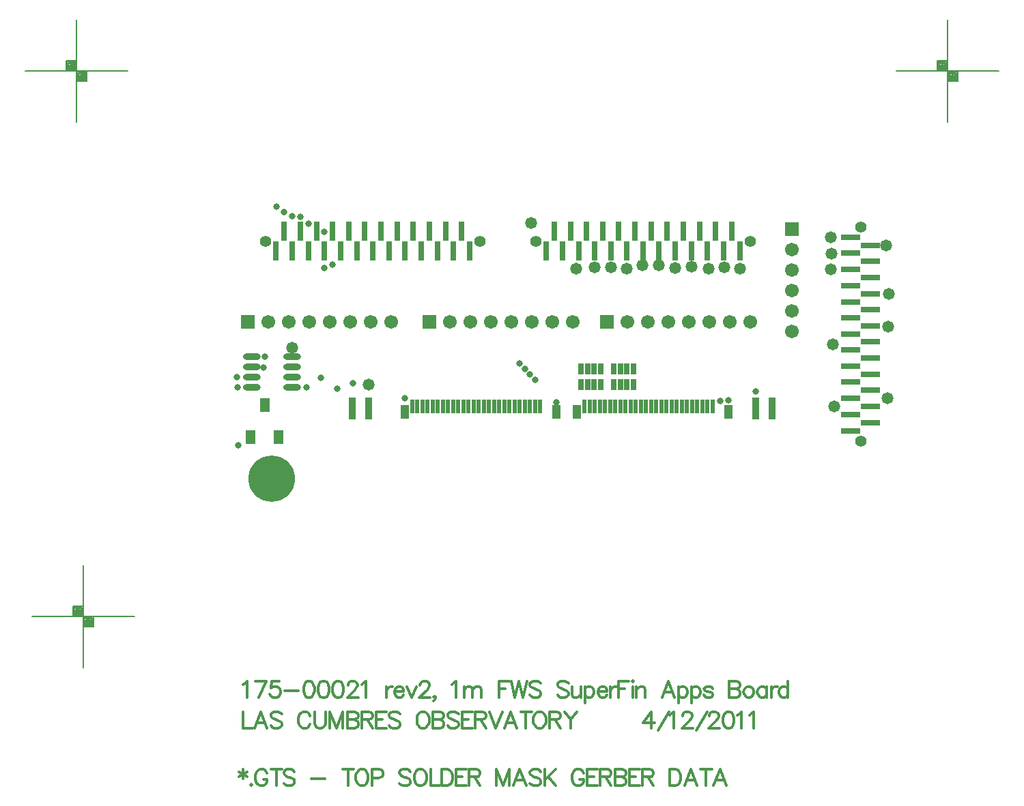
<source format=gts>
%FSLAX23Y23*%
%MOIN*%
G70*
G01*
G75*
G04 Layer_Color=8388736*
%ADD10O,0.079X0.024*%
%ADD11R,0.017X0.045*%
%ADD12R,0.014X0.060*%
%ADD13R,0.030X0.100*%
%ADD14R,0.031X0.060*%
%ADD15R,0.022X0.085*%
%ADD16R,0.039X0.059*%
%ADD17R,0.085X0.022*%
%ADD18C,0.006*%
%ADD19C,0.010*%
%ADD20C,0.025*%
%ADD21C,0.020*%
%ADD22C,0.050*%
%ADD23C,0.005*%
%ADD24C,0.012*%
%ADD25C,0.008*%
%ADD26C,0.012*%
%ADD27C,0.012*%
%ADD28C,0.059*%
%ADD29R,0.059X0.059*%
%ADD30R,0.059X0.059*%
%ADD31C,0.047*%
%ADD32C,0.219*%
%ADD33C,0.024*%
%ADD34C,0.050*%
%ADD35C,0.040*%
%ADD36C,0.075*%
%ADD37C,0.087*%
%ADD38C,0.206*%
%ADD39C,0.068*%
G04:AMPARAMS|DCode=40|XSize=88mil|YSize=88mil|CornerRadius=0mil|HoleSize=0mil|Usage=FLASHONLY|Rotation=0.000|XOffset=0mil|YOffset=0mil|HoleType=Round|Shape=Relief|Width=10mil|Gap=10mil|Entries=4|*
%AMTHD40*
7,0,0,0.088,0.068,0.010,45*
%
%ADD40THD40*%
G04:AMPARAMS|DCode=41|XSize=70mil|YSize=70mil|CornerRadius=0mil|HoleSize=0mil|Usage=FLASHONLY|Rotation=0.000|XOffset=0mil|YOffset=0mil|HoleType=Round|Shape=Relief|Width=10mil|Gap=10mil|Entries=4|*
%AMTHD41*
7,0,0,0.070,0.050,0.010,45*
%
%ADD41THD41*%
%ADD42C,0.010*%
%ADD43C,0.015*%
%ADD44C,0.008*%
%ADD45C,0.007*%
%ADD46C,0.007*%
%ADD47R,0.224X0.139*%
%ADD48O,0.087X0.032*%
%ADD49R,0.025X0.053*%
%ADD50R,0.022X0.068*%
%ADD51R,0.038X0.108*%
%ADD52R,0.039X0.068*%
%ADD53R,0.030X0.093*%
%ADD54R,0.047X0.067*%
%ADD55R,0.093X0.030*%
%ADD56C,0.067*%
%ADD57R,0.067X0.067*%
%ADD58R,0.067X0.067*%
%ADD59C,0.055*%
%ADD60C,0.227*%
%ADD61C,0.032*%
%ADD62C,0.058*%
D24*
X31156Y16829D02*
Y16783D01*
X31137Y16817D02*
X31175Y16794D01*
Y16817D02*
X31137Y16794D01*
X31196Y16756D02*
X31192Y16753D01*
X31196Y16749D01*
X31199Y16753D01*
X31196Y16756D01*
X31274Y16810D02*
X31270Y16817D01*
X31263Y16825D01*
X31255Y16829D01*
X31240D01*
X31232Y16825D01*
X31224Y16817D01*
X31221Y16810D01*
X31217Y16798D01*
Y16779D01*
X31221Y16768D01*
X31224Y16760D01*
X31232Y16753D01*
X31240Y16749D01*
X31255D01*
X31263Y16753D01*
X31270Y16760D01*
X31274Y16768D01*
Y16779D01*
X31255D02*
X31274D01*
X31319Y16829D02*
Y16749D01*
X31292Y16829D02*
X31346D01*
X31408Y16817D02*
X31401Y16825D01*
X31389Y16829D01*
X31374D01*
X31363Y16825D01*
X31355Y16817D01*
Y16810D01*
X31359Y16802D01*
X31363Y16798D01*
X31370Y16794D01*
X31393Y16787D01*
X31401Y16783D01*
X31405Y16779D01*
X31408Y16772D01*
Y16760D01*
X31401Y16753D01*
X31389Y16749D01*
X31374D01*
X31363Y16753D01*
X31355Y16760D01*
X31489Y16783D02*
X31558D01*
X31671Y16829D02*
Y16749D01*
X31644Y16829D02*
X31698D01*
X31730D02*
X31722Y16825D01*
X31715Y16817D01*
X31711Y16810D01*
X31707Y16798D01*
Y16779D01*
X31711Y16768D01*
X31715Y16760D01*
X31722Y16753D01*
X31730Y16749D01*
X31745D01*
X31753Y16753D01*
X31760Y16760D01*
X31764Y16768D01*
X31768Y16779D01*
Y16798D01*
X31764Y16810D01*
X31760Y16817D01*
X31753Y16825D01*
X31745Y16829D01*
X31730D01*
X31787Y16787D02*
X31821D01*
X31832Y16791D01*
X31836Y16794D01*
X31840Y16802D01*
Y16814D01*
X31836Y16821D01*
X31832Y16825D01*
X31821Y16829D01*
X31787D01*
Y16749D01*
X31974Y16817D02*
X31966Y16825D01*
X31955Y16829D01*
X31940D01*
X31928Y16825D01*
X31921Y16817D01*
Y16810D01*
X31925Y16802D01*
X31928Y16798D01*
X31936Y16794D01*
X31959Y16787D01*
X31966Y16783D01*
X31970Y16779D01*
X31974Y16772D01*
Y16760D01*
X31966Y16753D01*
X31955Y16749D01*
X31940D01*
X31928Y16753D01*
X31921Y16760D01*
X32015Y16829D02*
X32007Y16825D01*
X32000Y16817D01*
X31996Y16810D01*
X31992Y16798D01*
Y16779D01*
X31996Y16768D01*
X32000Y16760D01*
X32007Y16753D01*
X32015Y16749D01*
X32030D01*
X32038Y16753D01*
X32045Y16760D01*
X32049Y16768D01*
X32053Y16779D01*
Y16798D01*
X32049Y16810D01*
X32045Y16817D01*
X32038Y16825D01*
X32030Y16829D01*
X32015D01*
X32072D02*
Y16749D01*
X32117D01*
X32126Y16829D02*
Y16749D01*
Y16829D02*
X32153D01*
X32164Y16825D01*
X32172Y16817D01*
X32176Y16810D01*
X32179Y16798D01*
Y16779D01*
X32176Y16768D01*
X32172Y16760D01*
X32164Y16753D01*
X32153Y16749D01*
X32126D01*
X32247Y16829D02*
X32197D01*
Y16749D01*
X32247D01*
X32197Y16791D02*
X32228D01*
X32260Y16829D02*
Y16749D01*
Y16829D02*
X32294D01*
X32306Y16825D01*
X32310Y16821D01*
X32313Y16814D01*
Y16806D01*
X32310Y16798D01*
X32306Y16794D01*
X32294Y16791D01*
X32260D01*
X32287D02*
X32313Y16749D01*
X32394Y16829D02*
Y16749D01*
Y16829D02*
X32425Y16749D01*
X32455Y16829D02*
X32425Y16749D01*
X32455Y16829D02*
Y16749D01*
X32539D02*
X32508Y16829D01*
X32478Y16749D01*
X32489Y16775D02*
X32527D01*
X32611Y16817D02*
X32603Y16825D01*
X32592Y16829D01*
X32577D01*
X32565Y16825D01*
X32558Y16817D01*
Y16810D01*
X32561Y16802D01*
X32565Y16798D01*
X32573Y16794D01*
X32596Y16787D01*
X32603Y16783D01*
X32607Y16779D01*
X32611Y16772D01*
Y16760D01*
X32603Y16753D01*
X32592Y16749D01*
X32577D01*
X32565Y16753D01*
X32558Y16760D01*
X32629Y16829D02*
Y16749D01*
X32682Y16829D02*
X32629Y16775D01*
X32648Y16794D02*
X32682Y16749D01*
X32820Y16810D02*
X32816Y16817D01*
X32809Y16825D01*
X32801Y16829D01*
X32786D01*
X32778Y16825D01*
X32770Y16817D01*
X32767Y16810D01*
X32763Y16798D01*
Y16779D01*
X32767Y16768D01*
X32770Y16760D01*
X32778Y16753D01*
X32786Y16749D01*
X32801D01*
X32809Y16753D01*
X32816Y16760D01*
X32820Y16768D01*
Y16779D01*
X32801D02*
X32820D01*
X32888Y16829D02*
X32838D01*
Y16749D01*
X32888D01*
X32838Y16791D02*
X32869D01*
X32901Y16829D02*
Y16749D01*
Y16829D02*
X32935D01*
X32947Y16825D01*
X32951Y16821D01*
X32954Y16814D01*
Y16806D01*
X32951Y16798D01*
X32947Y16794D01*
X32935Y16791D01*
X32901D01*
X32928D02*
X32954Y16749D01*
X32972Y16829D02*
Y16749D01*
Y16829D02*
X33007D01*
X33018Y16825D01*
X33022Y16821D01*
X33026Y16814D01*
Y16806D01*
X33022Y16798D01*
X33018Y16794D01*
X33007Y16791D01*
X32972D02*
X33007D01*
X33018Y16787D01*
X33022Y16783D01*
X33026Y16775D01*
Y16764D01*
X33022Y16756D01*
X33018Y16753D01*
X33007Y16749D01*
X32972D01*
X33093Y16829D02*
X33044D01*
Y16749D01*
X33093D01*
X33044Y16791D02*
X33074D01*
X33106Y16829D02*
Y16749D01*
Y16829D02*
X33141D01*
X33152Y16825D01*
X33156Y16821D01*
X33160Y16814D01*
Y16806D01*
X33156Y16798D01*
X33152Y16794D01*
X33141Y16791D01*
X33106D01*
X33133D02*
X33160Y16749D01*
X33240Y16829D02*
Y16749D01*
Y16829D02*
X33267D01*
X33279Y16825D01*
X33286Y16817D01*
X33290Y16810D01*
X33294Y16798D01*
Y16779D01*
X33290Y16768D01*
X33286Y16760D01*
X33279Y16753D01*
X33267Y16749D01*
X33240D01*
X33373D02*
X33342Y16829D01*
X33312Y16749D01*
X33323Y16775D02*
X33361D01*
X33418Y16829D02*
Y16749D01*
X33391Y16829D02*
X33445D01*
X33515Y16749D02*
X33485Y16829D01*
X33454Y16749D01*
X33466Y16775D02*
X33504D01*
D25*
X30093Y20243D02*
X30593D01*
X30343Y19993D02*
Y20493D01*
X30293Y20243D02*
Y20293D01*
X30343D01*
X30393Y20193D02*
Y20243D01*
X30343Y20193D02*
X30393D01*
X30348Y20238D02*
X30388D01*
Y20198D02*
Y20238D01*
X30348Y20198D02*
X30388D01*
X30348D02*
Y20238D01*
X30353Y20233D02*
X30383D01*
Y20203D02*
Y20233D01*
X30353Y20203D02*
X30383D01*
X30353D02*
Y20228D01*
X30358D02*
X30378D01*
Y20208D02*
Y20228D01*
X30358Y20208D02*
X30378D01*
X30358D02*
Y20223D01*
X30363D02*
X30373D01*
Y20213D02*
Y20223D01*
X30363Y20213D02*
X30373D01*
X30363D02*
Y20223D01*
Y20218D02*
X30373D01*
X30298Y20288D02*
X30338D01*
Y20248D02*
Y20288D01*
X30298Y20248D02*
X30338D01*
X30298D02*
Y20288D01*
X30303Y20283D02*
X30333D01*
Y20253D02*
Y20283D01*
X30303Y20253D02*
X30333D01*
X30303D02*
Y20278D01*
X30308D02*
X30328D01*
Y20258D02*
Y20278D01*
X30308Y20258D02*
X30328D01*
X30308D02*
Y20273D01*
X30313D02*
X30323D01*
Y20263D02*
Y20273D01*
X30313Y20263D02*
X30323D01*
X30313D02*
Y20273D01*
Y20268D02*
X30323D01*
X30126Y17575D02*
X30626D01*
X30376Y17325D02*
Y17825D01*
X30326Y17575D02*
Y17625D01*
X30376D01*
X30426Y17525D02*
Y17575D01*
X30376Y17525D02*
X30426D01*
X30381Y17570D02*
X30421D01*
Y17530D02*
Y17570D01*
X30381Y17530D02*
X30421D01*
X30381D02*
Y17570D01*
X30386Y17565D02*
X30416D01*
Y17535D02*
Y17565D01*
X30386Y17535D02*
X30416D01*
X30386D02*
Y17560D01*
X30391D02*
X30411D01*
Y17540D02*
Y17560D01*
X30391Y17540D02*
X30411D01*
X30391D02*
Y17555D01*
X30396D02*
X30406D01*
Y17545D02*
Y17555D01*
X30396Y17545D02*
X30406D01*
X30396D02*
Y17555D01*
Y17550D02*
X30406D01*
X30331Y17620D02*
X30371D01*
Y17580D02*
Y17620D01*
X30331Y17580D02*
X30371D01*
X30331D02*
Y17620D01*
X30336Y17615D02*
X30366D01*
Y17585D02*
Y17615D01*
X30336Y17585D02*
X30366D01*
X30336D02*
Y17610D01*
X30341D02*
X30361D01*
Y17590D02*
Y17610D01*
X30341Y17590D02*
X30361D01*
X30341D02*
Y17605D01*
X30346D02*
X30356D01*
Y17595D02*
Y17605D01*
X30346Y17595D02*
X30356D01*
X30346D02*
Y17605D01*
Y17600D02*
X30356D01*
X34347Y20243D02*
X34847D01*
X34597Y19993D02*
Y20493D01*
X34547Y20243D02*
Y20293D01*
X34597D01*
X34647Y20193D02*
Y20243D01*
X34597Y20193D02*
X34647D01*
X34602Y20238D02*
X34642D01*
Y20198D02*
Y20238D01*
X34602Y20198D02*
X34642D01*
X34602D02*
Y20238D01*
X34607Y20233D02*
X34637D01*
Y20203D02*
Y20233D01*
X34607Y20203D02*
X34637D01*
X34607D02*
Y20228D01*
X34612D02*
X34632D01*
Y20208D02*
Y20228D01*
X34612Y20208D02*
X34632D01*
X34612D02*
Y20223D01*
X34617D02*
X34627D01*
Y20213D02*
Y20223D01*
X34617Y20213D02*
X34627D01*
X34617D02*
Y20223D01*
Y20218D02*
X34627D01*
X34552Y20288D02*
X34592D01*
Y20248D02*
Y20288D01*
X34552Y20248D02*
X34592D01*
X34552D02*
Y20288D01*
X34557Y20283D02*
X34587D01*
Y20253D02*
Y20283D01*
X34557Y20253D02*
X34587D01*
X34557D02*
Y20278D01*
X34562D02*
X34582D01*
Y20258D02*
Y20278D01*
X34562Y20258D02*
X34582D01*
X34562D02*
Y20273D01*
X34567D02*
X34577D01*
Y20263D02*
Y20273D01*
X34567Y20263D02*
X34577D01*
X34567D02*
Y20273D01*
Y20268D02*
X34577D01*
D26*
X31158Y17244D02*
X31166Y17248D01*
X31177Y17259D01*
Y17179D01*
X31270Y17259D02*
X31232Y17179D01*
X31217Y17259D02*
X31270D01*
X31334D02*
X31296D01*
X31292Y17225D01*
X31296Y17229D01*
X31307Y17233D01*
X31319D01*
X31330Y17229D01*
X31338Y17221D01*
X31341Y17210D01*
Y17202D01*
X31338Y17191D01*
X31330Y17183D01*
X31319Y17179D01*
X31307D01*
X31296Y17183D01*
X31292Y17187D01*
X31288Y17195D01*
X31359Y17214D02*
X31428D01*
X31474Y17259D02*
X31463Y17256D01*
X31455Y17244D01*
X31452Y17225D01*
Y17214D01*
X31455Y17195D01*
X31463Y17183D01*
X31474Y17179D01*
X31482D01*
X31493Y17183D01*
X31501Y17195D01*
X31505Y17214D01*
Y17225D01*
X31501Y17244D01*
X31493Y17256D01*
X31482Y17259D01*
X31474D01*
X31546D02*
X31534Y17256D01*
X31527Y17244D01*
X31523Y17225D01*
Y17214D01*
X31527Y17195D01*
X31534Y17183D01*
X31546Y17179D01*
X31553D01*
X31565Y17183D01*
X31572Y17195D01*
X31576Y17214D01*
Y17225D01*
X31572Y17244D01*
X31565Y17256D01*
X31553Y17259D01*
X31546D01*
X31617D02*
X31605Y17256D01*
X31598Y17244D01*
X31594Y17225D01*
Y17214D01*
X31598Y17195D01*
X31605Y17183D01*
X31617Y17179D01*
X31624D01*
X31636Y17183D01*
X31644Y17195D01*
X31647Y17214D01*
Y17225D01*
X31644Y17244D01*
X31636Y17256D01*
X31624Y17259D01*
X31617D01*
X31669Y17240D02*
Y17244D01*
X31673Y17252D01*
X31677Y17256D01*
X31684Y17259D01*
X31700D01*
X31707Y17256D01*
X31711Y17252D01*
X31715Y17244D01*
Y17237D01*
X31711Y17229D01*
X31703Y17217D01*
X31665Y17179D01*
X31719D01*
X31736Y17244D02*
X31744Y17248D01*
X31755Y17259D01*
Y17179D01*
X31858Y17233D02*
Y17179D01*
Y17210D02*
X31862Y17221D01*
X31869Y17229D01*
X31877Y17233D01*
X31888D01*
X31896Y17210D02*
X31941D01*
Y17217D01*
X31938Y17225D01*
X31934Y17229D01*
X31926Y17233D01*
X31915D01*
X31907Y17229D01*
X31899Y17221D01*
X31896Y17210D01*
Y17202D01*
X31899Y17191D01*
X31907Y17183D01*
X31915Y17179D01*
X31926D01*
X31934Y17183D01*
X31941Y17191D01*
X31958Y17233D02*
X31981Y17179D01*
X32004Y17233D02*
X31981Y17179D01*
X32021Y17240D02*
Y17244D01*
X32025Y17252D01*
X32029Y17256D01*
X32036Y17259D01*
X32051D01*
X32059Y17256D01*
X32063Y17252D01*
X32067Y17244D01*
Y17237D01*
X32063Y17229D01*
X32055Y17217D01*
X32017Y17179D01*
X32070D01*
X32096Y17183D02*
X32092Y17179D01*
X32088Y17183D01*
X32092Y17187D01*
X32096Y17183D01*
Y17176D01*
X32092Y17168D01*
X32088Y17164D01*
X32176Y17244D02*
X32184Y17248D01*
X32195Y17259D01*
Y17179D01*
X32235Y17233D02*
Y17179D01*
Y17217D02*
X32246Y17229D01*
X32254Y17233D01*
X32265D01*
X32273Y17229D01*
X32277Y17217D01*
Y17179D01*
Y17217D02*
X32288Y17229D01*
X32296Y17233D01*
X32307D01*
X32315Y17229D01*
X32319Y17217D01*
Y17179D01*
X32407Y17259D02*
Y17179D01*
Y17259D02*
X32456D01*
X32407Y17221D02*
X32437D01*
X32465Y17259D02*
X32484Y17179D01*
X32504Y17259D02*
X32484Y17179D01*
X32504Y17259D02*
X32523Y17179D01*
X32542Y17259D02*
X32523Y17179D01*
X32611Y17248D02*
X32603Y17256D01*
X32592Y17259D01*
X32577D01*
X32565Y17256D01*
X32558Y17248D01*
Y17240D01*
X32561Y17233D01*
X32565Y17229D01*
X32573Y17225D01*
X32596Y17217D01*
X32603Y17214D01*
X32607Y17210D01*
X32611Y17202D01*
Y17191D01*
X32603Y17183D01*
X32592Y17179D01*
X32577D01*
X32565Y17183D01*
X32558Y17191D01*
X32745Y17248D02*
X32737Y17256D01*
X32726Y17259D01*
X32711D01*
X32699Y17256D01*
X32692Y17248D01*
Y17240D01*
X32695Y17233D01*
X32699Y17229D01*
X32707Y17225D01*
X32730Y17217D01*
X32737Y17214D01*
X32741Y17210D01*
X32745Y17202D01*
Y17191D01*
X32737Y17183D01*
X32726Y17179D01*
X32711D01*
X32699Y17183D01*
X32692Y17191D01*
X32763Y17233D02*
Y17195D01*
X32767Y17183D01*
X32774Y17179D01*
X32786D01*
X32793Y17183D01*
X32805Y17195D01*
Y17233D02*
Y17179D01*
X32826Y17233D02*
Y17153D01*
Y17221D02*
X32833Y17229D01*
X32841Y17233D01*
X32852D01*
X32860Y17229D01*
X32868Y17221D01*
X32871Y17210D01*
Y17202D01*
X32868Y17191D01*
X32860Y17183D01*
X32852Y17179D01*
X32841D01*
X32833Y17183D01*
X32826Y17191D01*
X32889Y17210D02*
X32934D01*
Y17217D01*
X32930Y17225D01*
X32927Y17229D01*
X32919Y17233D01*
X32908D01*
X32900Y17229D01*
X32892Y17221D01*
X32889Y17210D01*
Y17202D01*
X32892Y17191D01*
X32900Y17183D01*
X32908Y17179D01*
X32919D01*
X32927Y17183D01*
X32934Y17191D01*
X32951Y17233D02*
Y17179D01*
Y17210D02*
X32955Y17221D01*
X32963Y17229D01*
X32970Y17233D01*
X32982D01*
X32989Y17259D02*
Y17179D01*
Y17259D02*
X33039D01*
X32989Y17221D02*
X33020D01*
X33055Y17259D02*
X33059Y17256D01*
X33063Y17259D01*
X33059Y17263D01*
X33055Y17259D01*
X33059Y17233D02*
Y17179D01*
X33077Y17233D02*
Y17179D01*
Y17217D02*
X33089Y17229D01*
X33096Y17233D01*
X33108D01*
X33115Y17229D01*
X33119Y17217D01*
Y17179D01*
X33264D02*
X33233Y17259D01*
X33203Y17179D01*
X33214Y17206D02*
X33252D01*
X33282Y17233D02*
Y17153D01*
Y17221D02*
X33290Y17229D01*
X33298Y17233D01*
X33309D01*
X33317Y17229D01*
X33324Y17221D01*
X33328Y17210D01*
Y17202D01*
X33324Y17191D01*
X33317Y17183D01*
X33309Y17179D01*
X33298D01*
X33290Y17183D01*
X33282Y17191D01*
X33345Y17233D02*
Y17153D01*
Y17221D02*
X33353Y17229D01*
X33360Y17233D01*
X33372D01*
X33380Y17229D01*
X33387Y17221D01*
X33391Y17210D01*
Y17202D01*
X33387Y17191D01*
X33380Y17183D01*
X33372Y17179D01*
X33360D01*
X33353Y17183D01*
X33345Y17191D01*
X33450Y17221D02*
X33446Y17229D01*
X33435Y17233D01*
X33423D01*
X33412Y17229D01*
X33408Y17221D01*
X33412Y17214D01*
X33420Y17210D01*
X33439Y17206D01*
X33446Y17202D01*
X33450Y17195D01*
Y17191D01*
X33446Y17183D01*
X33435Y17179D01*
X33423D01*
X33412Y17183D01*
X33408Y17191D01*
X33530Y17259D02*
Y17179D01*
Y17259D02*
X33564D01*
X33575Y17256D01*
X33579Y17252D01*
X33583Y17244D01*
Y17237D01*
X33579Y17229D01*
X33575Y17225D01*
X33564Y17221D01*
X33530D02*
X33564D01*
X33575Y17217D01*
X33579Y17214D01*
X33583Y17206D01*
Y17195D01*
X33579Y17187D01*
X33575Y17183D01*
X33564Y17179D01*
X33530D01*
X33620Y17233D02*
X33612Y17229D01*
X33605Y17221D01*
X33601Y17210D01*
Y17202D01*
X33605Y17191D01*
X33612Y17183D01*
X33620Y17179D01*
X33631D01*
X33639Y17183D01*
X33647Y17191D01*
X33650Y17202D01*
Y17210D01*
X33647Y17221D01*
X33639Y17229D01*
X33631Y17233D01*
X33620D01*
X33714D02*
Y17179D01*
Y17221D02*
X33706Y17229D01*
X33698Y17233D01*
X33687D01*
X33679Y17229D01*
X33672Y17221D01*
X33668Y17210D01*
Y17202D01*
X33672Y17191D01*
X33679Y17183D01*
X33687Y17179D01*
X33698D01*
X33706Y17183D01*
X33714Y17191D01*
X33735Y17233D02*
Y17179D01*
Y17210D02*
X33739Y17221D01*
X33746Y17229D01*
X33754Y17233D01*
X33765D01*
X33818Y17259D02*
Y17179D01*
Y17221D02*
X33811Y17229D01*
X33803Y17233D01*
X33792D01*
X33784Y17229D01*
X33776Y17221D01*
X33773Y17210D01*
Y17202D01*
X33776Y17191D01*
X33784Y17183D01*
X33792Y17179D01*
X33803D01*
X33811Y17183D01*
X33818Y17191D01*
D27*
X31158Y17109D02*
Y17029D01*
X31204D01*
X31274D02*
X31243Y17109D01*
X31213Y17029D01*
X31224Y17056D02*
X31262D01*
X31346Y17098D02*
X31338Y17106D01*
X31327Y17109D01*
X31311D01*
X31300Y17106D01*
X31292Y17098D01*
Y17090D01*
X31296Y17083D01*
X31300Y17079D01*
X31308Y17075D01*
X31330Y17067D01*
X31338Y17064D01*
X31342Y17060D01*
X31346Y17052D01*
Y17041D01*
X31338Y17033D01*
X31327Y17029D01*
X31311D01*
X31300Y17033D01*
X31292Y17041D01*
X31484Y17090D02*
X31480Y17098D01*
X31472Y17106D01*
X31465Y17109D01*
X31449D01*
X31442Y17106D01*
X31434Y17098D01*
X31430Y17090D01*
X31426Y17079D01*
Y17060D01*
X31430Y17048D01*
X31434Y17041D01*
X31442Y17033D01*
X31449Y17029D01*
X31465D01*
X31472Y17033D01*
X31480Y17041D01*
X31484Y17048D01*
X31506Y17109D02*
Y17052D01*
X31510Y17041D01*
X31517Y17033D01*
X31529Y17029D01*
X31536D01*
X31548Y17033D01*
X31556Y17041D01*
X31559Y17052D01*
Y17109D01*
X31581D02*
Y17029D01*
Y17109D02*
X31612Y17029D01*
X31642Y17109D02*
X31612Y17029D01*
X31642Y17109D02*
Y17029D01*
X31665Y17109D02*
Y17029D01*
Y17109D02*
X31700D01*
X31711Y17106D01*
X31715Y17102D01*
X31719Y17094D01*
Y17086D01*
X31715Y17079D01*
X31711Y17075D01*
X31700Y17071D01*
X31665D02*
X31700D01*
X31711Y17067D01*
X31715Y17064D01*
X31719Y17056D01*
Y17045D01*
X31715Y17037D01*
X31711Y17033D01*
X31700Y17029D01*
X31665D01*
X31736Y17109D02*
Y17029D01*
Y17109D02*
X31771D01*
X31782Y17106D01*
X31786Y17102D01*
X31790Y17094D01*
Y17086D01*
X31786Y17079D01*
X31782Y17075D01*
X31771Y17071D01*
X31736D01*
X31763D02*
X31790Y17029D01*
X31857Y17109D02*
X31808D01*
Y17029D01*
X31857D01*
X31808Y17071D02*
X31838D01*
X31924Y17098D02*
X31916Y17106D01*
X31905Y17109D01*
X31890D01*
X31878Y17106D01*
X31871Y17098D01*
Y17090D01*
X31874Y17083D01*
X31878Y17079D01*
X31886Y17075D01*
X31909Y17067D01*
X31916Y17064D01*
X31920Y17060D01*
X31924Y17052D01*
Y17041D01*
X31916Y17033D01*
X31905Y17029D01*
X31890D01*
X31878Y17033D01*
X31871Y17041D01*
X32027Y17109D02*
X32020Y17106D01*
X32012Y17098D01*
X32008Y17090D01*
X32005Y17079D01*
Y17060D01*
X32008Y17048D01*
X32012Y17041D01*
X32020Y17033D01*
X32027Y17029D01*
X32043D01*
X32050Y17033D01*
X32058Y17041D01*
X32062Y17048D01*
X32066Y17060D01*
Y17079D01*
X32062Y17090D01*
X32058Y17098D01*
X32050Y17106D01*
X32043Y17109D01*
X32027D01*
X32084D02*
Y17029D01*
Y17109D02*
X32118D01*
X32130Y17106D01*
X32134Y17102D01*
X32138Y17094D01*
Y17086D01*
X32134Y17079D01*
X32130Y17075D01*
X32118Y17071D01*
X32084D02*
X32118D01*
X32130Y17067D01*
X32134Y17064D01*
X32138Y17056D01*
Y17045D01*
X32134Y17037D01*
X32130Y17033D01*
X32118Y17029D01*
X32084D01*
X32209Y17098D02*
X32201Y17106D01*
X32190Y17109D01*
X32174D01*
X32163Y17106D01*
X32155Y17098D01*
Y17090D01*
X32159Y17083D01*
X32163Y17079D01*
X32171Y17075D01*
X32193Y17067D01*
X32201Y17064D01*
X32205Y17060D01*
X32209Y17052D01*
Y17041D01*
X32201Y17033D01*
X32190Y17029D01*
X32174D01*
X32163Y17033D01*
X32155Y17041D01*
X32276Y17109D02*
X32227D01*
Y17029D01*
X32276D01*
X32227Y17071D02*
X32257D01*
X32289Y17109D02*
Y17029D01*
Y17109D02*
X32324D01*
X32335Y17106D01*
X32339Y17102D01*
X32343Y17094D01*
Y17086D01*
X32339Y17079D01*
X32335Y17075D01*
X32324Y17071D01*
X32289D01*
X32316D02*
X32343Y17029D01*
X32361Y17109D02*
X32391Y17029D01*
X32422Y17109D02*
X32391Y17029D01*
X32493D02*
X32462Y17109D01*
X32432Y17029D01*
X32443Y17056D02*
X32481D01*
X32538Y17109D02*
Y17029D01*
X32512Y17109D02*
X32565D01*
X32597D02*
X32590Y17106D01*
X32582Y17098D01*
X32578Y17090D01*
X32574Y17079D01*
Y17060D01*
X32578Y17048D01*
X32582Y17041D01*
X32590Y17033D01*
X32597Y17029D01*
X32612D01*
X32620Y17033D01*
X32628Y17041D01*
X32632Y17048D01*
X32635Y17060D01*
Y17079D01*
X32632Y17090D01*
X32628Y17098D01*
X32620Y17106D01*
X32612Y17109D01*
X32597D01*
X32654D02*
Y17029D01*
Y17109D02*
X32688D01*
X32700Y17106D01*
X32703Y17102D01*
X32707Y17094D01*
Y17086D01*
X32703Y17079D01*
X32700Y17075D01*
X32688Y17071D01*
X32654D01*
X32681D02*
X32707Y17029D01*
X32725Y17109D02*
X32756Y17071D01*
Y17029D01*
X32786Y17109D02*
X32756Y17071D01*
X33149Y17109D02*
X33111Y17056D01*
X33168D01*
X33149Y17109D02*
Y17029D01*
X33182Y17018D02*
X33235Y17109D01*
X33241Y17094D02*
X33248Y17098D01*
X33260Y17109D01*
Y17029D01*
X33303Y17090D02*
Y17094D01*
X33307Y17102D01*
X33311Y17106D01*
X33318Y17109D01*
X33333D01*
X33341Y17106D01*
X33345Y17102D01*
X33349Y17094D01*
Y17086D01*
X33345Y17079D01*
X33337Y17067D01*
X33299Y17029D01*
X33352D01*
X33370Y17018D02*
X33424Y17109D01*
X33433Y17090D02*
Y17094D01*
X33437Y17102D01*
X33440Y17106D01*
X33448Y17109D01*
X33463D01*
X33471Y17106D01*
X33475Y17102D01*
X33479Y17094D01*
Y17086D01*
X33475Y17079D01*
X33467Y17067D01*
X33429Y17029D01*
X33482D01*
X33523Y17109D02*
X33512Y17106D01*
X33504Y17094D01*
X33500Y17075D01*
Y17064D01*
X33504Y17045D01*
X33512Y17033D01*
X33523Y17029D01*
X33531D01*
X33542Y17033D01*
X33550Y17045D01*
X33554Y17064D01*
Y17075D01*
X33550Y17094D01*
X33542Y17106D01*
X33531Y17109D01*
X33523D01*
X33571Y17094D02*
X33579Y17098D01*
X33591Y17109D01*
Y17029D01*
X33630Y17094D02*
X33638Y17098D01*
X33649Y17109D01*
Y17029D01*
D48*
X31396Y18696D02*
D03*
Y18746D02*
D03*
Y18796D02*
D03*
Y18846D02*
D03*
X31199Y18696D02*
D03*
Y18746D02*
D03*
Y18796D02*
D03*
Y18846D02*
D03*
D49*
X32807Y18786D02*
D03*
X32839D02*
D03*
X32870D02*
D03*
X32902D02*
D03*
Y18710D02*
D03*
X32870D02*
D03*
X32839D02*
D03*
X32807D02*
D03*
X32967Y18786D02*
D03*
X32999D02*
D03*
X33030D02*
D03*
X33062D02*
D03*
Y18710D02*
D03*
X33030D02*
D03*
X32999D02*
D03*
X32967D02*
D03*
D50*
X32558Y18603D02*
D03*
X31983D02*
D03*
X32008D02*
D03*
X32033D02*
D03*
X32058D02*
D03*
X32083D02*
D03*
X32108D02*
D03*
X32158D02*
D03*
X32183D02*
D03*
X32208D02*
D03*
X32233D02*
D03*
X32258D02*
D03*
X32283D02*
D03*
X32308D02*
D03*
X32333D02*
D03*
X32358D02*
D03*
X32383D02*
D03*
X32408D02*
D03*
X32433D02*
D03*
X32458D02*
D03*
X32483D02*
D03*
X32508D02*
D03*
X32533D02*
D03*
X32583D02*
D03*
X32608D02*
D03*
X32824Y18602D02*
D03*
X32849D02*
D03*
X32874D02*
D03*
X32899D02*
D03*
X32924D02*
D03*
X32949D02*
D03*
X32974D02*
D03*
X32999D02*
D03*
X33024D02*
D03*
X33049D02*
D03*
X33074D02*
D03*
X33099D02*
D03*
X33124D02*
D03*
X33149D02*
D03*
X33174D02*
D03*
X33199D02*
D03*
X33224D02*
D03*
X33249D02*
D03*
X33274D02*
D03*
X33299D02*
D03*
X33324D02*
D03*
X33349D02*
D03*
X33374D02*
D03*
X33399D02*
D03*
X33424D02*
D03*
X33449D02*
D03*
X32133Y18603D02*
D03*
D51*
X31691Y18593D02*
D03*
X31770D02*
D03*
X33740Y18593D02*
D03*
X33661D02*
D03*
D52*
X33526Y18575D02*
D03*
X32786D02*
D03*
X31946D02*
D03*
X32686D02*
D03*
D53*
X32637Y19361D02*
D03*
X32716D02*
D03*
X32795D02*
D03*
X32676Y19458D02*
D03*
X32755D02*
D03*
X33582Y19361D02*
D03*
X33543Y19458D02*
D03*
X33503Y19361D02*
D03*
X33464Y19458D02*
D03*
X33424Y19361D02*
D03*
X33385Y19458D02*
D03*
X33346Y19361D02*
D03*
X33306Y19458D02*
D03*
X33267Y19361D02*
D03*
X33228Y19458D02*
D03*
X33188Y19361D02*
D03*
X33149Y19458D02*
D03*
X33110Y19361D02*
D03*
X33070Y19458D02*
D03*
X33031Y19361D02*
D03*
X32991Y19458D02*
D03*
X32952Y19361D02*
D03*
X32913Y19458D02*
D03*
X32873Y19361D02*
D03*
X32834Y19458D02*
D03*
X31515D02*
D03*
X31554Y19361D02*
D03*
X31594Y19458D02*
D03*
X31633Y19361D02*
D03*
X31673Y19458D02*
D03*
X31712Y19361D02*
D03*
X31751Y19458D02*
D03*
X31791Y19361D02*
D03*
X31830Y19458D02*
D03*
X31869Y19361D02*
D03*
X31909Y19458D02*
D03*
X31948Y19361D02*
D03*
X31987Y19458D02*
D03*
X32027Y19361D02*
D03*
X32066Y19458D02*
D03*
X32106Y19361D02*
D03*
X32145Y19458D02*
D03*
X32184Y19361D02*
D03*
X32224Y19458D02*
D03*
X32263Y19361D02*
D03*
X31436Y19458D02*
D03*
X31358D02*
D03*
X31476Y19361D02*
D03*
X31397D02*
D03*
X31318D02*
D03*
D54*
X31193Y18454D02*
D03*
X31262Y18608D02*
D03*
X31331Y18454D02*
D03*
D55*
X34221Y19233D02*
D03*
X34124Y19193D02*
D03*
X34221Y19154D02*
D03*
X34124Y19114D02*
D03*
X34221Y19075D02*
D03*
X34124Y19036D02*
D03*
X34221Y18996D02*
D03*
X34124Y18957D02*
D03*
X34221Y18918D02*
D03*
X34124Y18878D02*
D03*
X34221Y18839D02*
D03*
X34124Y18799D02*
D03*
X34221Y18760D02*
D03*
X34124Y18721D02*
D03*
X34221Y18681D02*
D03*
X34124Y18642D02*
D03*
X34221Y18603D02*
D03*
X34124Y18563D02*
D03*
X34221Y18524D02*
D03*
X34124Y18484D02*
D03*
X34221Y19311D02*
D03*
Y19390D02*
D03*
X34124Y19272D02*
D03*
Y19351D02*
D03*
Y19429D02*
D03*
D56*
X33632Y19016D02*
D03*
X33532D02*
D03*
X33432D02*
D03*
X33332D02*
D03*
X33232D02*
D03*
X33132D02*
D03*
X33032D02*
D03*
X33838Y19369D02*
D03*
Y19269D02*
D03*
Y19169D02*
D03*
Y19069D02*
D03*
Y18969D02*
D03*
X32766Y19016D02*
D03*
X32666D02*
D03*
X32566D02*
D03*
X32466D02*
D03*
X32366D02*
D03*
X32266D02*
D03*
X32166D02*
D03*
X31880D02*
D03*
X31780D02*
D03*
X31680D02*
D03*
X31580D02*
D03*
X31480D02*
D03*
X31380D02*
D03*
X31280D02*
D03*
D57*
X32932D02*
D03*
X32066D02*
D03*
X31180D02*
D03*
D58*
X33838Y19469D02*
D03*
D59*
X33632Y19410D02*
D03*
X32587D02*
D03*
X31268D02*
D03*
X32313D02*
D03*
X34172Y19480D02*
D03*
Y18434D02*
D03*
D60*
X31298Y18250D02*
D03*
D61*
X31553Y19456D02*
D03*
X31475Y19496D02*
D03*
X31435Y19529D02*
D03*
X31397Y19533D02*
D03*
X31358Y19553D02*
D03*
X31320Y19580D02*
D03*
X31554Y19279D02*
D03*
X31594Y19295D02*
D03*
X31467Y18696D02*
D03*
X32558Y18759D02*
D03*
X31262Y18846D02*
D03*
X31257Y18791D02*
D03*
X31537Y18741D02*
D03*
X33485Y18629D02*
D03*
X33525Y18631D02*
D03*
X32685Y18621D02*
D03*
X31128Y18746D02*
D03*
X31129Y18695D02*
D03*
X31132Y18411D02*
D03*
X32583Y18732D02*
D03*
X32534Y18786D02*
D03*
X32507Y18813D02*
D03*
X31945Y18643D02*
D03*
X31694Y18715D02*
D03*
X31617Y18690D02*
D03*
X33661Y18675D02*
D03*
D62*
X34028Y19272D02*
D03*
X34310Y19153D02*
D03*
X34027Y19429D02*
D03*
X34031Y19350D02*
D03*
X34298Y19390D02*
D03*
X34307Y18991D02*
D03*
X34037Y18906D02*
D03*
X34302Y18641D02*
D03*
X34042Y18601D02*
D03*
X32872Y19281D02*
D03*
X32952Y19281D02*
D03*
X33107Y19291D02*
D03*
X33187D02*
D03*
X33346Y19287D02*
D03*
X33582Y19276D02*
D03*
X31398Y18889D02*
D03*
X32564Y19499D02*
D03*
X31771Y18710D02*
D03*
X32782Y19276D02*
D03*
X33031Y19277D02*
D03*
X33431Y19277D02*
D03*
X33507Y19281D02*
D03*
X33267Y19279D02*
D03*
M02*

</source>
